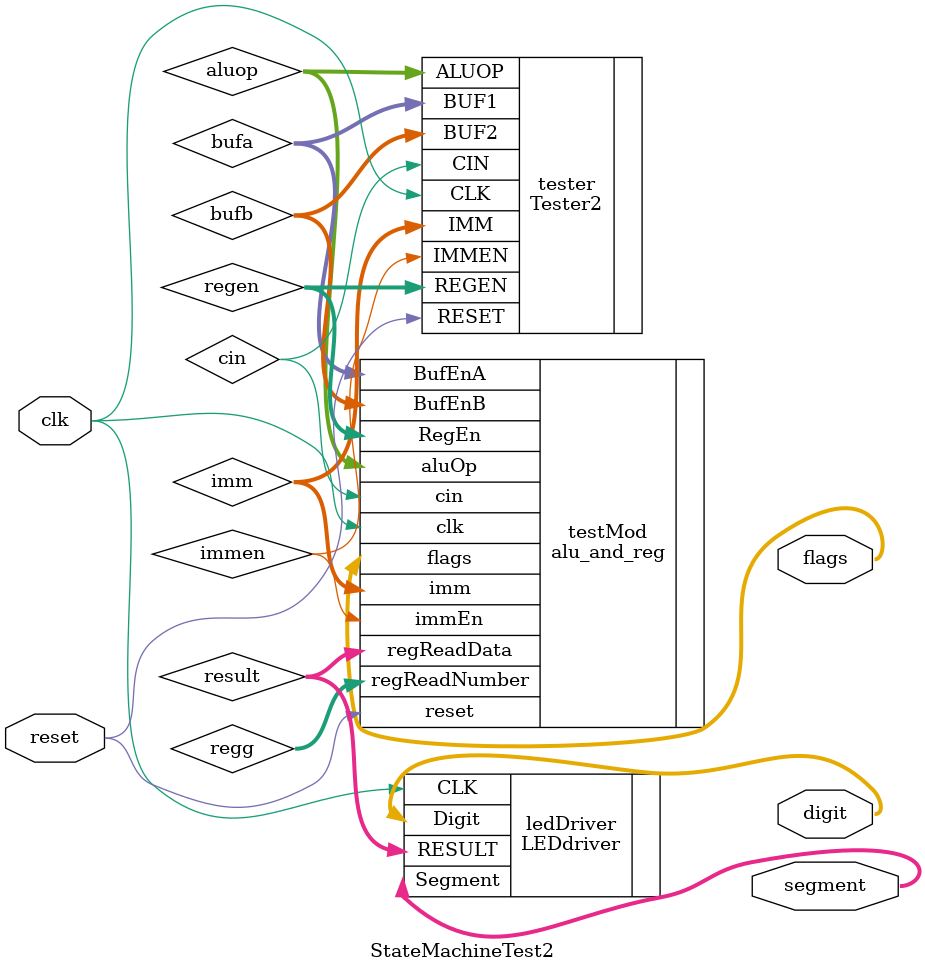
<source format=v>
`timescale 1ns / 1ps
module StateMachineTest2(
    input clk,
    input reset,
	 output wire [3:0] segment,
    output wire [7:0] digit,
	 output wire [4:0] flags
    );
	 
	 wire [15:0] result, imm;
	 wire immen;
	 wire [4:0] bufa, bufb, regen;
	 wire[7:0] aluop;
	 wire cin;
	 wire [5:0] regg;
	 
	 
	 Tester2 tester(.CLK(clk), .RESET(reset), .CIN(cin), .REGEN(regen), .IMM(imm), .IMMEN(immen), .BUF1(bufa), .BUF2(bufb), .ALUOP(aluop));
	 alu_and_reg testMod(.aluOp(aluop), .RegEn(regen), .imm(imm), .immEn(immen), .reset(reset), .clk(clk), .cin(cin), .BufEnA(bufa), .BufEnB(bufb), .flags(flags), .regReadNumber(regg), .regReadData(result));
	 LEDdriver ledDriver(.RESULT(result), .CLK(clk), .Segment(segment), .Digit(digit));

endmodule


</source>
